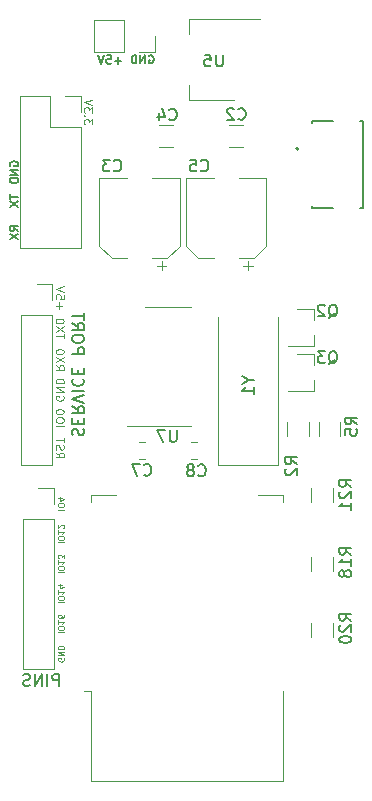
<source format=gbr>
%TF.GenerationSoftware,KiCad,Pcbnew,5.1.5+dfsg1-2build2*%
%TF.CreationDate,2022-11-14T11:38:59+01:00*%
%TF.ProjectId,ebus,65627573-2e6b-4696-9361-645f70636258,rev?*%
%TF.SameCoordinates,Original*%
%TF.FileFunction,Legend,Bot*%
%TF.FilePolarity,Positive*%
%FSLAX46Y46*%
G04 Gerber Fmt 4.6, Leading zero omitted, Abs format (unit mm)*
G04 Created by KiCad (PCBNEW 5.1.5+dfsg1-2build2) date 2022-11-14 11:38:59*
%MOMM*%
%LPD*%
G04 APERTURE LIST*
%ADD10C,0.125000*%
%ADD11C,0.150000*%
%ADD12C,0.120000*%
%ADD13C,0.200000*%
%ADD14C,0.127000*%
G04 APERTURE END LIST*
D10*
X101627809Y-125341000D02*
X102127809Y-125341000D01*
X102127809Y-125007666D02*
X102127809Y-124912428D01*
X102104000Y-124864809D01*
X102056380Y-124817190D01*
X101961142Y-124793380D01*
X101794476Y-124793380D01*
X101699238Y-124817190D01*
X101651619Y-124864809D01*
X101627809Y-124912428D01*
X101627809Y-125007666D01*
X101651619Y-125055285D01*
X101699238Y-125102904D01*
X101794476Y-125126714D01*
X101961142Y-125126714D01*
X102056380Y-125102904D01*
X102104000Y-125055285D01*
X102127809Y-125007666D01*
X101961142Y-124364809D02*
X101627809Y-124364809D01*
X102151619Y-124483857D02*
X101794476Y-124602904D01*
X101794476Y-124293380D01*
X101627809Y-128119095D02*
X102127809Y-128119095D01*
X102127809Y-127785761D02*
X102127809Y-127690523D01*
X102104000Y-127642904D01*
X102056380Y-127595285D01*
X101961142Y-127571476D01*
X101794476Y-127571476D01*
X101699238Y-127595285D01*
X101651619Y-127642904D01*
X101627809Y-127690523D01*
X101627809Y-127785761D01*
X101651619Y-127833380D01*
X101699238Y-127881000D01*
X101794476Y-127904809D01*
X101961142Y-127904809D01*
X102056380Y-127881000D01*
X102104000Y-127833380D01*
X102127809Y-127785761D01*
X101627809Y-127095285D02*
X101627809Y-127381000D01*
X101627809Y-127238142D02*
X102127809Y-127238142D01*
X102056380Y-127285761D01*
X102008761Y-127333380D01*
X101984952Y-127381000D01*
X102080190Y-126904809D02*
X102104000Y-126881000D01*
X102127809Y-126833380D01*
X102127809Y-126714333D01*
X102104000Y-126666714D01*
X102080190Y-126642904D01*
X102032571Y-126619095D01*
X101984952Y-126619095D01*
X101913523Y-126642904D01*
X101627809Y-126928619D01*
X101627809Y-126619095D01*
X101627809Y-130659095D02*
X102127809Y-130659095D01*
X102127809Y-130325761D02*
X102127809Y-130230523D01*
X102104000Y-130182904D01*
X102056380Y-130135285D01*
X101961142Y-130111476D01*
X101794476Y-130111476D01*
X101699238Y-130135285D01*
X101651619Y-130182904D01*
X101627809Y-130230523D01*
X101627809Y-130325761D01*
X101651619Y-130373380D01*
X101699238Y-130421000D01*
X101794476Y-130444809D01*
X101961142Y-130444809D01*
X102056380Y-130421000D01*
X102104000Y-130373380D01*
X102127809Y-130325761D01*
X101627809Y-129635285D02*
X101627809Y-129921000D01*
X101627809Y-129778142D02*
X102127809Y-129778142D01*
X102056380Y-129825761D01*
X102008761Y-129873380D01*
X101984952Y-129921000D01*
X102127809Y-129468619D02*
X102127809Y-129159095D01*
X101937333Y-129325761D01*
X101937333Y-129254333D01*
X101913523Y-129206714D01*
X101889714Y-129182904D01*
X101842095Y-129159095D01*
X101723047Y-129159095D01*
X101675428Y-129182904D01*
X101651619Y-129206714D01*
X101627809Y-129254333D01*
X101627809Y-129397190D01*
X101651619Y-129444809D01*
X101675428Y-129468619D01*
X101627809Y-133199095D02*
X102127809Y-133199095D01*
X102127809Y-132865761D02*
X102127809Y-132770523D01*
X102104000Y-132722904D01*
X102056380Y-132675285D01*
X101961142Y-132651476D01*
X101794476Y-132651476D01*
X101699238Y-132675285D01*
X101651619Y-132722904D01*
X101627809Y-132770523D01*
X101627809Y-132865761D01*
X101651619Y-132913380D01*
X101699238Y-132961000D01*
X101794476Y-132984809D01*
X101961142Y-132984809D01*
X102056380Y-132961000D01*
X102104000Y-132913380D01*
X102127809Y-132865761D01*
X101627809Y-132175285D02*
X101627809Y-132461000D01*
X101627809Y-132318142D02*
X102127809Y-132318142D01*
X102056380Y-132365761D01*
X102008761Y-132413380D01*
X101984952Y-132461000D01*
X101961142Y-131746714D02*
X101627809Y-131746714D01*
X102151619Y-131865761D02*
X101794476Y-131984809D01*
X101794476Y-131675285D01*
X101627809Y-135739095D02*
X102127809Y-135739095D01*
X102127809Y-135405761D02*
X102127809Y-135310523D01*
X102104000Y-135262904D01*
X102056380Y-135215285D01*
X101961142Y-135191476D01*
X101794476Y-135191476D01*
X101699238Y-135215285D01*
X101651619Y-135262904D01*
X101627809Y-135310523D01*
X101627809Y-135405761D01*
X101651619Y-135453380D01*
X101699238Y-135501000D01*
X101794476Y-135524809D01*
X101961142Y-135524809D01*
X102056380Y-135501000D01*
X102104000Y-135453380D01*
X102127809Y-135405761D01*
X101627809Y-134715285D02*
X101627809Y-135001000D01*
X101627809Y-134858142D02*
X102127809Y-134858142D01*
X102056380Y-134905761D01*
X102008761Y-134953380D01*
X101984952Y-135001000D01*
X102127809Y-134286714D02*
X102127809Y-134381952D01*
X102104000Y-134429571D01*
X102080190Y-134453380D01*
X102008761Y-134501000D01*
X101913523Y-134524809D01*
X101723047Y-134524809D01*
X101675428Y-134501000D01*
X101651619Y-134477190D01*
X101627809Y-134429571D01*
X101627809Y-134334333D01*
X101651619Y-134286714D01*
X101675428Y-134262904D01*
X101723047Y-134239095D01*
X101842095Y-134239095D01*
X101889714Y-134262904D01*
X101913523Y-134286714D01*
X101937333Y-134334333D01*
X101937333Y-134429571D01*
X101913523Y-134477190D01*
X101889714Y-134501000D01*
X101842095Y-134524809D01*
X102104000Y-137921952D02*
X102127809Y-137969571D01*
X102127809Y-138041000D01*
X102104000Y-138112428D01*
X102056380Y-138160047D01*
X102008761Y-138183857D01*
X101913523Y-138207666D01*
X101842095Y-138207666D01*
X101746857Y-138183857D01*
X101699238Y-138160047D01*
X101651619Y-138112428D01*
X101627809Y-138041000D01*
X101627809Y-137993380D01*
X101651619Y-137921952D01*
X101675428Y-137898142D01*
X101842095Y-137898142D01*
X101842095Y-137993380D01*
X101627809Y-137683857D02*
X102127809Y-137683857D01*
X101627809Y-137398142D01*
X102127809Y-137398142D01*
X101627809Y-137160047D02*
X102127809Y-137160047D01*
X102127809Y-137041000D01*
X102104000Y-136969571D01*
X102056380Y-136921952D01*
X102008761Y-136898142D01*
X101913523Y-136874333D01*
X101842095Y-136874333D01*
X101746857Y-136898142D01*
X101699238Y-136921952D01*
X101651619Y-136969571D01*
X101627809Y-137041000D01*
X101627809Y-137160047D01*
X101677000Y-108342000D02*
X101677000Y-107808666D01*
X101410333Y-108075333D02*
X101943666Y-108075333D01*
X102110333Y-107142000D02*
X102110333Y-107475333D01*
X101777000Y-107508666D01*
X101810333Y-107475333D01*
X101843666Y-107408666D01*
X101843666Y-107242000D01*
X101810333Y-107175333D01*
X101777000Y-107142000D01*
X101710333Y-107108666D01*
X101543666Y-107108666D01*
X101477000Y-107142000D01*
X101443666Y-107175333D01*
X101410333Y-107242000D01*
X101410333Y-107408666D01*
X101443666Y-107475333D01*
X101477000Y-107508666D01*
X102110333Y-106908666D02*
X101410333Y-106675333D01*
X102110333Y-106442000D01*
X102110333Y-110848666D02*
X102110333Y-110448666D01*
X101410333Y-110648666D02*
X102110333Y-110648666D01*
X102110333Y-110282000D02*
X101410333Y-109815333D01*
X102110333Y-109815333D02*
X101410333Y-110282000D01*
X102110333Y-109415333D02*
X102110333Y-109348666D01*
X102077000Y-109282000D01*
X102043666Y-109248666D01*
X101977000Y-109215333D01*
X101843666Y-109182000D01*
X101677000Y-109182000D01*
X101543666Y-109215333D01*
X101477000Y-109248666D01*
X101443666Y-109282000D01*
X101410333Y-109348666D01*
X101410333Y-109415333D01*
X101443666Y-109482000D01*
X101477000Y-109515333D01*
X101543666Y-109548666D01*
X101677000Y-109582000D01*
X101843666Y-109582000D01*
X101977000Y-109548666D01*
X102043666Y-109515333D01*
X102077000Y-109482000D01*
X102110333Y-109415333D01*
X101410333Y-113099000D02*
X101743666Y-113332333D01*
X101410333Y-113499000D02*
X102110333Y-113499000D01*
X102110333Y-113232333D01*
X102077000Y-113165666D01*
X102043666Y-113132333D01*
X101977000Y-113099000D01*
X101877000Y-113099000D01*
X101810333Y-113132333D01*
X101777000Y-113165666D01*
X101743666Y-113232333D01*
X101743666Y-113499000D01*
X102110333Y-112865666D02*
X101410333Y-112399000D01*
X102110333Y-112399000D02*
X101410333Y-112865666D01*
X102110333Y-111999000D02*
X102110333Y-111932333D01*
X102077000Y-111865666D01*
X102043666Y-111832333D01*
X101977000Y-111799000D01*
X101843666Y-111765666D01*
X101677000Y-111765666D01*
X101543666Y-111799000D01*
X101477000Y-111832333D01*
X101443666Y-111865666D01*
X101410333Y-111932333D01*
X101410333Y-111999000D01*
X101443666Y-112065666D01*
X101477000Y-112099000D01*
X101543666Y-112132333D01*
X101677000Y-112165666D01*
X101843666Y-112165666D01*
X101977000Y-112132333D01*
X102043666Y-112099000D01*
X102077000Y-112065666D01*
X102110333Y-111999000D01*
X102077000Y-115722333D02*
X102110333Y-115789000D01*
X102110333Y-115889000D01*
X102077000Y-115989000D01*
X102010333Y-116055666D01*
X101943666Y-116089000D01*
X101810333Y-116122333D01*
X101710333Y-116122333D01*
X101577000Y-116089000D01*
X101510333Y-116055666D01*
X101443666Y-115989000D01*
X101410333Y-115889000D01*
X101410333Y-115822333D01*
X101443666Y-115722333D01*
X101477000Y-115689000D01*
X101710333Y-115689000D01*
X101710333Y-115822333D01*
X101410333Y-115389000D02*
X102110333Y-115389000D01*
X101410333Y-114989000D01*
X102110333Y-114989000D01*
X101410333Y-114655666D02*
X102110333Y-114655666D01*
X102110333Y-114489000D01*
X102077000Y-114389000D01*
X102010333Y-114322333D01*
X101943666Y-114289000D01*
X101810333Y-114255666D01*
X101710333Y-114255666D01*
X101577000Y-114289000D01*
X101510333Y-114322333D01*
X101443666Y-114389000D01*
X101410333Y-114489000D01*
X101410333Y-114655666D01*
X101410333Y-118302000D02*
X102110333Y-118302000D01*
X102110333Y-117835333D02*
X102110333Y-117702000D01*
X102077000Y-117635333D01*
X102010333Y-117568666D01*
X101877000Y-117535333D01*
X101643666Y-117535333D01*
X101510333Y-117568666D01*
X101443666Y-117635333D01*
X101410333Y-117702000D01*
X101410333Y-117835333D01*
X101443666Y-117902000D01*
X101510333Y-117968666D01*
X101643666Y-118002000D01*
X101877000Y-118002000D01*
X102010333Y-117968666D01*
X102077000Y-117902000D01*
X102110333Y-117835333D01*
X102110333Y-117102000D02*
X102110333Y-117035333D01*
X102077000Y-116968666D01*
X102043666Y-116935333D01*
X101977000Y-116902000D01*
X101843666Y-116868666D01*
X101677000Y-116868666D01*
X101543666Y-116902000D01*
X101477000Y-116935333D01*
X101443666Y-116968666D01*
X101410333Y-117035333D01*
X101410333Y-117102000D01*
X101443666Y-117168666D01*
X101477000Y-117202000D01*
X101543666Y-117235333D01*
X101677000Y-117268666D01*
X101843666Y-117268666D01*
X101977000Y-117235333D01*
X102043666Y-117202000D01*
X102077000Y-117168666D01*
X102110333Y-117102000D01*
X101410333Y-120525333D02*
X101743666Y-120758666D01*
X101410333Y-120925333D02*
X102110333Y-120925333D01*
X102110333Y-120658666D01*
X102077000Y-120592000D01*
X102043666Y-120558666D01*
X101977000Y-120525333D01*
X101877000Y-120525333D01*
X101810333Y-120558666D01*
X101777000Y-120592000D01*
X101743666Y-120658666D01*
X101743666Y-120925333D01*
X101443666Y-120258666D02*
X101410333Y-120158666D01*
X101410333Y-119992000D01*
X101443666Y-119925333D01*
X101477000Y-119892000D01*
X101543666Y-119858666D01*
X101610333Y-119858666D01*
X101677000Y-119892000D01*
X101710333Y-119925333D01*
X101743666Y-119992000D01*
X101777000Y-120125333D01*
X101810333Y-120192000D01*
X101843666Y-120225333D01*
X101910333Y-120258666D01*
X101977000Y-120258666D01*
X102043666Y-120225333D01*
X102077000Y-120192000D01*
X102110333Y-120125333D01*
X102110333Y-119958666D01*
X102077000Y-119858666D01*
X102110333Y-119658666D02*
X102110333Y-119258666D01*
X101410333Y-119458666D02*
X102110333Y-119458666D01*
D11*
X101703000Y-140279380D02*
X101703000Y-139279380D01*
X101322047Y-139279380D01*
X101226809Y-139327000D01*
X101179190Y-139374619D01*
X101131571Y-139469857D01*
X101131571Y-139612714D01*
X101179190Y-139707952D01*
X101226809Y-139755571D01*
X101322047Y-139803190D01*
X101703000Y-139803190D01*
X100703000Y-140279380D02*
X100703000Y-139279380D01*
X100226809Y-140279380D02*
X100226809Y-139279380D01*
X99655380Y-140279380D01*
X99655380Y-139279380D01*
X99226809Y-140231761D02*
X99083952Y-140279380D01*
X98845857Y-140279380D01*
X98750619Y-140231761D01*
X98703000Y-140184142D01*
X98655380Y-140088904D01*
X98655380Y-139993666D01*
X98703000Y-139898428D01*
X98750619Y-139850809D01*
X98845857Y-139803190D01*
X99036333Y-139755571D01*
X99131571Y-139707952D01*
X99179190Y-139660333D01*
X99226809Y-139565095D01*
X99226809Y-139469857D01*
X99179190Y-139374619D01*
X99131571Y-139327000D01*
X99036333Y-139279380D01*
X98798238Y-139279380D01*
X98655380Y-139327000D01*
X102846238Y-119061857D02*
X102798619Y-118919000D01*
X102798619Y-118680904D01*
X102846238Y-118585666D01*
X102893857Y-118538047D01*
X102989095Y-118490428D01*
X103084333Y-118490428D01*
X103179571Y-118538047D01*
X103227190Y-118585666D01*
X103274809Y-118680904D01*
X103322428Y-118871380D01*
X103370047Y-118966619D01*
X103417666Y-119014238D01*
X103512904Y-119061857D01*
X103608142Y-119061857D01*
X103703380Y-119014238D01*
X103751000Y-118966619D01*
X103798619Y-118871380D01*
X103798619Y-118633285D01*
X103751000Y-118490428D01*
X103322428Y-118061857D02*
X103322428Y-117728523D01*
X102798619Y-117585666D02*
X102798619Y-118061857D01*
X103798619Y-118061857D01*
X103798619Y-117585666D01*
X102798619Y-116585666D02*
X103274809Y-116919000D01*
X102798619Y-117157095D02*
X103798619Y-117157095D01*
X103798619Y-116776142D01*
X103751000Y-116680904D01*
X103703380Y-116633285D01*
X103608142Y-116585666D01*
X103465285Y-116585666D01*
X103370047Y-116633285D01*
X103322428Y-116680904D01*
X103274809Y-116776142D01*
X103274809Y-117157095D01*
X103798619Y-116299952D02*
X102798619Y-115966619D01*
X103798619Y-115633285D01*
X102798619Y-115299952D02*
X103798619Y-115299952D01*
X102893857Y-114252333D02*
X102846238Y-114299952D01*
X102798619Y-114442809D01*
X102798619Y-114538047D01*
X102846238Y-114680904D01*
X102941476Y-114776142D01*
X103036714Y-114823761D01*
X103227190Y-114871380D01*
X103370047Y-114871380D01*
X103560523Y-114823761D01*
X103655761Y-114776142D01*
X103751000Y-114680904D01*
X103798619Y-114538047D01*
X103798619Y-114442809D01*
X103751000Y-114299952D01*
X103703380Y-114252333D01*
X103322428Y-113823761D02*
X103322428Y-113490428D01*
X102798619Y-113347571D02*
X102798619Y-113823761D01*
X103798619Y-113823761D01*
X103798619Y-113347571D01*
X102798619Y-112157095D02*
X103798619Y-112157095D01*
X103798619Y-111776142D01*
X103751000Y-111680904D01*
X103703380Y-111633285D01*
X103608142Y-111585666D01*
X103465285Y-111585666D01*
X103370047Y-111633285D01*
X103322428Y-111680904D01*
X103274809Y-111776142D01*
X103274809Y-112157095D01*
X103798619Y-110966619D02*
X103798619Y-110776142D01*
X103751000Y-110680904D01*
X103655761Y-110585666D01*
X103465285Y-110538047D01*
X103131952Y-110538047D01*
X102941476Y-110585666D01*
X102846238Y-110680904D01*
X102798619Y-110776142D01*
X102798619Y-110966619D01*
X102846238Y-111061857D01*
X102941476Y-111157095D01*
X103131952Y-111204714D01*
X103465285Y-111204714D01*
X103655761Y-111157095D01*
X103751000Y-111061857D01*
X103798619Y-110966619D01*
X102798619Y-109538047D02*
X103274809Y-109871380D01*
X102798619Y-110109476D02*
X103798619Y-110109476D01*
X103798619Y-109728523D01*
X103751000Y-109633285D01*
X103703380Y-109585666D01*
X103608142Y-109538047D01*
X103465285Y-109538047D01*
X103370047Y-109585666D01*
X103322428Y-109633285D01*
X103274809Y-109728523D01*
X103274809Y-110109476D01*
X103798619Y-109252333D02*
X103798619Y-108680904D01*
X102798619Y-108966619D02*
X103798619Y-108966619D01*
X106945000Y-87324400D02*
X106411666Y-87324400D01*
X106678333Y-87591066D02*
X106678333Y-87057733D01*
X105745000Y-86891066D02*
X106078333Y-86891066D01*
X106111666Y-87224400D01*
X106078333Y-87191066D01*
X106011666Y-87157733D01*
X105845000Y-87157733D01*
X105778333Y-87191066D01*
X105745000Y-87224400D01*
X105711666Y-87291066D01*
X105711666Y-87457733D01*
X105745000Y-87524400D01*
X105778333Y-87557733D01*
X105845000Y-87591066D01*
X106011666Y-87591066D01*
X106078333Y-87557733D01*
X106111666Y-87524400D01*
X105511666Y-86891066D02*
X105278333Y-87591066D01*
X105045000Y-86891066D01*
X109321533Y-86899000D02*
X109388200Y-86865666D01*
X109488200Y-86865666D01*
X109588200Y-86899000D01*
X109654866Y-86965666D01*
X109688200Y-87032333D01*
X109721533Y-87165666D01*
X109721533Y-87265666D01*
X109688200Y-87399000D01*
X109654866Y-87465666D01*
X109588200Y-87532333D01*
X109488200Y-87565666D01*
X109421533Y-87565666D01*
X109321533Y-87532333D01*
X109288200Y-87499000D01*
X109288200Y-87265666D01*
X109421533Y-87265666D01*
X108988200Y-87565666D02*
X108988200Y-86865666D01*
X108588200Y-87565666D01*
X108588200Y-86865666D01*
X108254866Y-87565666D02*
X108254866Y-86865666D01*
X108088200Y-86865666D01*
X107988200Y-86899000D01*
X107921533Y-86965666D01*
X107888200Y-87032333D01*
X107854866Y-87165666D01*
X107854866Y-87265666D01*
X107888200Y-87399000D01*
X107921533Y-87465666D01*
X107988200Y-87532333D01*
X108088200Y-87565666D01*
X108254866Y-87565666D01*
D10*
X104523333Y-92727333D02*
X104523333Y-92294000D01*
X104256666Y-92527333D01*
X104256666Y-92427333D01*
X104223333Y-92360666D01*
X104190000Y-92327333D01*
X104123333Y-92294000D01*
X103956666Y-92294000D01*
X103890000Y-92327333D01*
X103856666Y-92360666D01*
X103823333Y-92427333D01*
X103823333Y-92627333D01*
X103856666Y-92694000D01*
X103890000Y-92727333D01*
X103890000Y-91994000D02*
X103856666Y-91960666D01*
X103823333Y-91994000D01*
X103856666Y-92027333D01*
X103890000Y-91994000D01*
X103823333Y-91994000D01*
X104523333Y-91727333D02*
X104523333Y-91294000D01*
X104256666Y-91527333D01*
X104256666Y-91427333D01*
X104223333Y-91360666D01*
X104190000Y-91327333D01*
X104123333Y-91294000D01*
X103956666Y-91294000D01*
X103890000Y-91327333D01*
X103856666Y-91360666D01*
X103823333Y-91427333D01*
X103823333Y-91627333D01*
X103856666Y-91694000D01*
X103890000Y-91727333D01*
X104523333Y-91094000D02*
X103823333Y-90860666D01*
X104523333Y-90627333D01*
D11*
X97533666Y-98653666D02*
X97533666Y-99053666D01*
X98233666Y-98853666D02*
X97533666Y-98853666D01*
X97533666Y-99220333D02*
X98233666Y-99687000D01*
X97533666Y-99687000D02*
X98233666Y-99220333D01*
X98233666Y-101737333D02*
X97900333Y-101504000D01*
X98233666Y-101337333D02*
X97533666Y-101337333D01*
X97533666Y-101604000D01*
X97567000Y-101670666D01*
X97600333Y-101704000D01*
X97667000Y-101737333D01*
X97767000Y-101737333D01*
X97833666Y-101704000D01*
X97867000Y-101670666D01*
X97900333Y-101604000D01*
X97900333Y-101337333D01*
X97533666Y-101970666D02*
X98233666Y-102437333D01*
X97533666Y-102437333D02*
X98233666Y-101970666D01*
X97567000Y-96240666D02*
X97533666Y-96174000D01*
X97533666Y-96074000D01*
X97567000Y-95974000D01*
X97633666Y-95907333D01*
X97700333Y-95874000D01*
X97833666Y-95840666D01*
X97933666Y-95840666D01*
X98067000Y-95874000D01*
X98133666Y-95907333D01*
X98200333Y-95974000D01*
X98233666Y-96074000D01*
X98233666Y-96140666D01*
X98200333Y-96240666D01*
X98167000Y-96274000D01*
X97933666Y-96274000D01*
X97933666Y-96140666D01*
X98233666Y-96574000D02*
X97533666Y-96574000D01*
X98233666Y-96974000D01*
X97533666Y-96974000D01*
X98233666Y-97307333D02*
X97533666Y-97307333D01*
X97533666Y-97474000D01*
X97567000Y-97574000D01*
X97633666Y-97640666D01*
X97700333Y-97674000D01*
X97833666Y-97707333D01*
X97933666Y-97707333D01*
X98067000Y-97674000D01*
X98133666Y-97640666D01*
X98200333Y-97574000D01*
X98233666Y-97474000D01*
X98233666Y-97307333D01*
D12*
%TO.C,Q3*%
X123289600Y-112161200D02*
X121829600Y-112161200D01*
X123289600Y-115321200D02*
X121129600Y-115321200D01*
X123289600Y-115321200D02*
X123289600Y-114391200D01*
X123289600Y-112161200D02*
X123289600Y-113091200D01*
%TO.C,R2*%
X122855400Y-117939736D02*
X122855400Y-119143864D01*
X121035400Y-117939736D02*
X121035400Y-119143864D01*
%TO.C,R5*%
X125522400Y-117939736D02*
X125522400Y-119143864D01*
X123702400Y-117939736D02*
X123702400Y-119143864D01*
%TO.C,U7*%
X110898000Y-118299000D02*
X107448000Y-118299000D01*
X110898000Y-118299000D02*
X112848000Y-118299000D01*
X110898000Y-108179000D02*
X108948000Y-108179000D01*
X110898000Y-108179000D02*
X112848000Y-108179000D01*
D13*
%TO.C,J2*%
X121984000Y-94789000D02*
G75*
G03X121984000Y-94789000I-100000J0D01*
G01*
D14*
X127434000Y-92439000D02*
X127434000Y-99839000D01*
X127164000Y-99839000D02*
X127434000Y-99839000D01*
X127434000Y-92439000D02*
X127164000Y-92439000D01*
X123134000Y-99839000D02*
X123134000Y-99659000D01*
X123134000Y-92439000D02*
X123134000Y-92619000D01*
X123134000Y-99839000D02*
X124889000Y-99839000D01*
X123134000Y-92439000D02*
X124889000Y-92439000D01*
D12*
%TO.C,U5*%
X112720200Y-90659000D02*
X112720200Y-89399000D01*
X112720200Y-83839000D02*
X112720200Y-85099000D01*
X116480200Y-90659000D02*
X112720200Y-90659000D01*
X118730200Y-83839000D02*
X112720200Y-83839000D01*
%TO.C,C4*%
X110141936Y-94636000D02*
X111346064Y-94636000D01*
X110141936Y-92816000D02*
X111346064Y-92816000D01*
%TO.C,J5*%
X101279000Y-138871000D02*
X98619000Y-138871000D01*
X101279000Y-126111000D02*
X101279000Y-138871000D01*
X98619000Y-126111000D02*
X98619000Y-138871000D01*
X101279000Y-126111000D02*
X98619000Y-126111000D01*
X101279000Y-124841000D02*
X101279000Y-123511000D01*
X101279000Y-123511000D02*
X99949000Y-123511000D01*
%TO.C,J4*%
X101152000Y-121599000D02*
X98492000Y-121599000D01*
X101152000Y-108839000D02*
X101152000Y-121599000D01*
X98492000Y-108839000D02*
X98492000Y-121599000D01*
X101152000Y-108839000D02*
X98492000Y-108839000D01*
X101152000Y-107569000D02*
X101152000Y-106239000D01*
X101152000Y-106239000D02*
X99822000Y-106239000D01*
%TO.C,C2*%
X117315064Y-92816000D02*
X116110936Y-92816000D01*
X117315064Y-94636000D02*
X116110936Y-94636000D01*
%TO.C,C5*%
X112439400Y-97250200D02*
X114789400Y-97250200D01*
X119259400Y-97250200D02*
X116909400Y-97250200D01*
X119259400Y-103005763D02*
X119259400Y-97250200D01*
X112439400Y-103005763D02*
X112439400Y-97250200D01*
X113503837Y-104070200D02*
X114789400Y-104070200D01*
X118194963Y-104070200D02*
X116909400Y-104070200D01*
X118194963Y-104070200D02*
X119259400Y-103005763D01*
X113503837Y-104070200D02*
X112439400Y-103005763D01*
X117696900Y-105097700D02*
X117696900Y-104310200D01*
X118090650Y-104703950D02*
X117303150Y-104703950D01*
%TO.C,J6*%
X104638800Y-86572400D02*
X104638800Y-83912400D01*
X107238800Y-86572400D02*
X104638800Y-86572400D01*
X107238800Y-83912400D02*
X104638800Y-83912400D01*
X107238800Y-86572400D02*
X107238800Y-83912400D01*
X108508800Y-86572400D02*
X109838800Y-86572400D01*
X109838800Y-86572400D02*
X109838800Y-85242400D01*
%TO.C,R21*%
X124862000Y-123476936D02*
X124862000Y-124681064D01*
X123042000Y-123476936D02*
X123042000Y-124681064D01*
%TO.C,R18*%
X123042000Y-129318936D02*
X123042000Y-130523064D01*
X124862000Y-129318936D02*
X124862000Y-130523064D01*
%TO.C,U6*%
X104402000Y-148340200D02*
X120642000Y-148340200D01*
X120642000Y-148340200D02*
X120642000Y-140720200D01*
X120642000Y-124720200D02*
X120642000Y-124100200D01*
X120642000Y-124100200D02*
X118522000Y-124100200D01*
X106522000Y-124100200D02*
X104402000Y-124100200D01*
X104402000Y-124100200D02*
X104402000Y-124720200D01*
X104402000Y-140720200D02*
X104402000Y-148340200D01*
X104402000Y-140720200D02*
X103792000Y-140720200D01*
%TO.C,C3*%
X105124200Y-97250200D02*
X107474200Y-97250200D01*
X111944200Y-97250200D02*
X109594200Y-97250200D01*
X111944200Y-103005763D02*
X111944200Y-97250200D01*
X105124200Y-103005763D02*
X105124200Y-97250200D01*
X106188637Y-104070200D02*
X107474200Y-104070200D01*
X110879763Y-104070200D02*
X109594200Y-104070200D01*
X110879763Y-104070200D02*
X111944200Y-103005763D01*
X106188637Y-104070200D02*
X105124200Y-103005763D01*
X110381700Y-105097700D02*
X110381700Y-104310200D01*
X110775450Y-104703950D02*
X109987950Y-104703950D01*
%TO.C,R20*%
X124862000Y-136111064D02*
X124862000Y-134906936D01*
X123042000Y-136111064D02*
X123042000Y-134906936D01*
%TO.C,J7*%
X103565000Y-103184000D02*
X98365000Y-103184000D01*
X103565000Y-92964000D02*
X103565000Y-103184000D01*
X98365000Y-90364000D02*
X98365000Y-103184000D01*
X103565000Y-92964000D02*
X100965000Y-92964000D01*
X100965000Y-92964000D02*
X100965000Y-90364000D01*
X100965000Y-90364000D02*
X98365000Y-90364000D01*
X103565000Y-91694000D02*
X103565000Y-90364000D01*
X103565000Y-90364000D02*
X102235000Y-90364000D01*
%TO.C,Q2*%
X123289600Y-108351200D02*
X121829600Y-108351200D01*
X123289600Y-111511200D02*
X121129600Y-111511200D01*
X123289600Y-111511200D02*
X123289600Y-110581200D01*
X123289600Y-108351200D02*
X123289600Y-109281200D01*
%TO.C,Y1*%
X115179000Y-121609600D02*
X115179000Y-109009600D01*
X120279000Y-121609600D02*
X115179000Y-121609600D01*
X120279000Y-109009600D02*
X120279000Y-121609600D01*
%TO.C,C7*%
X108478822Y-119609800D02*
X108995978Y-119609800D01*
X108478822Y-121029800D02*
X108995978Y-121029800D01*
%TO.C,C8*%
X113405978Y-121029800D02*
X112888822Y-121029800D01*
X113405978Y-119609800D02*
X112888822Y-119609800D01*
%TO.C,Q3*%
D11*
X124529838Y-113018819D02*
X124625076Y-112971200D01*
X124720314Y-112875961D01*
X124863171Y-112733104D01*
X124958409Y-112685485D01*
X125053647Y-112685485D01*
X125006028Y-112923580D02*
X125101266Y-112875961D01*
X125196504Y-112780723D01*
X125244123Y-112590247D01*
X125244123Y-112256914D01*
X125196504Y-112066438D01*
X125101266Y-111971200D01*
X125006028Y-111923580D01*
X124815552Y-111923580D01*
X124720314Y-111971200D01*
X124625076Y-112066438D01*
X124577457Y-112256914D01*
X124577457Y-112590247D01*
X124625076Y-112780723D01*
X124720314Y-112875961D01*
X124815552Y-112923580D01*
X125006028Y-112923580D01*
X124244123Y-111923580D02*
X123625076Y-111923580D01*
X123958409Y-112304533D01*
X123815552Y-112304533D01*
X123720314Y-112352152D01*
X123672695Y-112399771D01*
X123625076Y-112495009D01*
X123625076Y-112733104D01*
X123672695Y-112828342D01*
X123720314Y-112875961D01*
X123815552Y-112923580D01*
X124101266Y-112923580D01*
X124196504Y-112875961D01*
X124244123Y-112828342D01*
%TO.C,R2*%
X121838980Y-121499333D02*
X121362790Y-121166000D01*
X121838980Y-120927904D02*
X120838980Y-120927904D01*
X120838980Y-121308857D01*
X120886600Y-121404095D01*
X120934219Y-121451714D01*
X121029457Y-121499333D01*
X121172314Y-121499333D01*
X121267552Y-121451714D01*
X121315171Y-121404095D01*
X121362790Y-121308857D01*
X121362790Y-120927904D01*
X120934219Y-121880285D02*
X120886600Y-121927904D01*
X120838980Y-122023142D01*
X120838980Y-122261238D01*
X120886600Y-122356476D01*
X120934219Y-122404095D01*
X121029457Y-122451714D01*
X121124695Y-122451714D01*
X121267552Y-122404095D01*
X121838980Y-121832666D01*
X121838980Y-122451714D01*
%TO.C,R5*%
X126918980Y-118121133D02*
X126442790Y-117787800D01*
X126918980Y-117549704D02*
X125918980Y-117549704D01*
X125918980Y-117930657D01*
X125966600Y-118025895D01*
X126014219Y-118073514D01*
X126109457Y-118121133D01*
X126252314Y-118121133D01*
X126347552Y-118073514D01*
X126395171Y-118025895D01*
X126442790Y-117930657D01*
X126442790Y-117549704D01*
X125918980Y-119025895D02*
X125918980Y-118549704D01*
X126395171Y-118502085D01*
X126347552Y-118549704D01*
X126299933Y-118644942D01*
X126299933Y-118883038D01*
X126347552Y-118978276D01*
X126395171Y-119025895D01*
X126490409Y-119073514D01*
X126728504Y-119073514D01*
X126823742Y-119025895D01*
X126871361Y-118978276D01*
X126918980Y-118883038D01*
X126918980Y-118644942D01*
X126871361Y-118549704D01*
X126823742Y-118502085D01*
%TO.C,U7*%
X111659904Y-118591380D02*
X111659904Y-119400904D01*
X111612285Y-119496142D01*
X111564666Y-119543761D01*
X111469428Y-119591380D01*
X111278952Y-119591380D01*
X111183714Y-119543761D01*
X111136095Y-119496142D01*
X111088476Y-119400904D01*
X111088476Y-118591380D01*
X110707523Y-118591380D02*
X110040857Y-118591380D01*
X110469428Y-119591380D01*
%TO.C,U5*%
X115569904Y-86828380D02*
X115569904Y-87637904D01*
X115522285Y-87733142D01*
X115474666Y-87780761D01*
X115379428Y-87828380D01*
X115188952Y-87828380D01*
X115093714Y-87780761D01*
X115046095Y-87733142D01*
X114998476Y-87637904D01*
X114998476Y-86828380D01*
X114046095Y-86828380D02*
X114522285Y-86828380D01*
X114569904Y-87304571D01*
X114522285Y-87256952D01*
X114427047Y-87209333D01*
X114188952Y-87209333D01*
X114093714Y-87256952D01*
X114046095Y-87304571D01*
X113998476Y-87399809D01*
X113998476Y-87637904D01*
X114046095Y-87733142D01*
X114093714Y-87780761D01*
X114188952Y-87828380D01*
X114427047Y-87828380D01*
X114522285Y-87780761D01*
X114569904Y-87733142D01*
%TO.C,C4*%
X111037666Y-92305142D02*
X111085285Y-92352761D01*
X111228142Y-92400380D01*
X111323380Y-92400380D01*
X111466238Y-92352761D01*
X111561476Y-92257523D01*
X111609095Y-92162285D01*
X111656714Y-91971809D01*
X111656714Y-91828952D01*
X111609095Y-91638476D01*
X111561476Y-91543238D01*
X111466238Y-91448000D01*
X111323380Y-91400380D01*
X111228142Y-91400380D01*
X111085285Y-91448000D01*
X111037666Y-91495619D01*
X110180523Y-91733714D02*
X110180523Y-92400380D01*
X110418619Y-91352761D02*
X110656714Y-92067047D01*
X110037666Y-92067047D01*
%TO.C,C2*%
X116879666Y-92263142D02*
X116927285Y-92310761D01*
X117070142Y-92358380D01*
X117165380Y-92358380D01*
X117308238Y-92310761D01*
X117403476Y-92215523D01*
X117451095Y-92120285D01*
X117498714Y-91929809D01*
X117498714Y-91786952D01*
X117451095Y-91596476D01*
X117403476Y-91501238D01*
X117308238Y-91406000D01*
X117165380Y-91358380D01*
X117070142Y-91358380D01*
X116927285Y-91406000D01*
X116879666Y-91453619D01*
X116498714Y-91453619D02*
X116451095Y-91406000D01*
X116355857Y-91358380D01*
X116117761Y-91358380D01*
X116022523Y-91406000D01*
X115974904Y-91453619D01*
X115927285Y-91548857D01*
X115927285Y-91644095D01*
X115974904Y-91786952D01*
X116546333Y-92358380D01*
X115927285Y-92358380D01*
%TO.C,C5*%
X113704666Y-96623142D02*
X113752285Y-96670761D01*
X113895142Y-96718380D01*
X113990380Y-96718380D01*
X114133238Y-96670761D01*
X114228476Y-96575523D01*
X114276095Y-96480285D01*
X114323714Y-96289809D01*
X114323714Y-96146952D01*
X114276095Y-95956476D01*
X114228476Y-95861238D01*
X114133238Y-95766000D01*
X113990380Y-95718380D01*
X113895142Y-95718380D01*
X113752285Y-95766000D01*
X113704666Y-95813619D01*
X112799904Y-95718380D02*
X113276095Y-95718380D01*
X113323714Y-96194571D01*
X113276095Y-96146952D01*
X113180857Y-96099333D01*
X112942761Y-96099333D01*
X112847523Y-96146952D01*
X112799904Y-96194571D01*
X112752285Y-96289809D01*
X112752285Y-96527904D01*
X112799904Y-96623142D01*
X112847523Y-96670761D01*
X112942761Y-96718380D01*
X113180857Y-96718380D01*
X113276095Y-96670761D01*
X113323714Y-96623142D01*
%TO.C,R21*%
X126436380Y-123436142D02*
X125960190Y-123102809D01*
X126436380Y-122864714D02*
X125436380Y-122864714D01*
X125436380Y-123245666D01*
X125484000Y-123340904D01*
X125531619Y-123388523D01*
X125626857Y-123436142D01*
X125769714Y-123436142D01*
X125864952Y-123388523D01*
X125912571Y-123340904D01*
X125960190Y-123245666D01*
X125960190Y-122864714D01*
X125531619Y-123817095D02*
X125484000Y-123864714D01*
X125436380Y-123959952D01*
X125436380Y-124198047D01*
X125484000Y-124293285D01*
X125531619Y-124340904D01*
X125626857Y-124388523D01*
X125722095Y-124388523D01*
X125864952Y-124340904D01*
X126436380Y-123769476D01*
X126436380Y-124388523D01*
X126436380Y-125340904D02*
X126436380Y-124769476D01*
X126436380Y-125055190D02*
X125436380Y-125055190D01*
X125579238Y-124959952D01*
X125674476Y-124864714D01*
X125722095Y-124769476D01*
%TO.C,R18*%
X126436380Y-129151142D02*
X125960190Y-128817809D01*
X126436380Y-128579714D02*
X125436380Y-128579714D01*
X125436380Y-128960666D01*
X125484000Y-129055904D01*
X125531619Y-129103523D01*
X125626857Y-129151142D01*
X125769714Y-129151142D01*
X125864952Y-129103523D01*
X125912571Y-129055904D01*
X125960190Y-128960666D01*
X125960190Y-128579714D01*
X126436380Y-130103523D02*
X126436380Y-129532095D01*
X126436380Y-129817809D02*
X125436380Y-129817809D01*
X125579238Y-129722571D01*
X125674476Y-129627333D01*
X125722095Y-129532095D01*
X125864952Y-130674952D02*
X125817333Y-130579714D01*
X125769714Y-130532095D01*
X125674476Y-130484476D01*
X125626857Y-130484476D01*
X125531619Y-130532095D01*
X125484000Y-130579714D01*
X125436380Y-130674952D01*
X125436380Y-130865428D01*
X125484000Y-130960666D01*
X125531619Y-131008285D01*
X125626857Y-131055904D01*
X125674476Y-131055904D01*
X125769714Y-131008285D01*
X125817333Y-130960666D01*
X125864952Y-130865428D01*
X125864952Y-130674952D01*
X125912571Y-130579714D01*
X125960190Y-130532095D01*
X126055428Y-130484476D01*
X126245904Y-130484476D01*
X126341142Y-130532095D01*
X126388761Y-130579714D01*
X126436380Y-130674952D01*
X126436380Y-130865428D01*
X126388761Y-130960666D01*
X126341142Y-131008285D01*
X126245904Y-131055904D01*
X126055428Y-131055904D01*
X125960190Y-131008285D01*
X125912571Y-130960666D01*
X125864952Y-130865428D01*
%TO.C,C3*%
X106338666Y-96623142D02*
X106386285Y-96670761D01*
X106529142Y-96718380D01*
X106624380Y-96718380D01*
X106767238Y-96670761D01*
X106862476Y-96575523D01*
X106910095Y-96480285D01*
X106957714Y-96289809D01*
X106957714Y-96146952D01*
X106910095Y-95956476D01*
X106862476Y-95861238D01*
X106767238Y-95766000D01*
X106624380Y-95718380D01*
X106529142Y-95718380D01*
X106386285Y-95766000D01*
X106338666Y-95813619D01*
X106005333Y-95718380D02*
X105386285Y-95718380D01*
X105719619Y-96099333D01*
X105576761Y-96099333D01*
X105481523Y-96146952D01*
X105433904Y-96194571D01*
X105386285Y-96289809D01*
X105386285Y-96527904D01*
X105433904Y-96623142D01*
X105481523Y-96670761D01*
X105576761Y-96718380D01*
X105862476Y-96718380D01*
X105957714Y-96670761D01*
X106005333Y-96623142D01*
%TO.C,R20*%
X126436380Y-134739142D02*
X125960190Y-134405809D01*
X126436380Y-134167714D02*
X125436380Y-134167714D01*
X125436380Y-134548666D01*
X125484000Y-134643904D01*
X125531619Y-134691523D01*
X125626857Y-134739142D01*
X125769714Y-134739142D01*
X125864952Y-134691523D01*
X125912571Y-134643904D01*
X125960190Y-134548666D01*
X125960190Y-134167714D01*
X125531619Y-135120095D02*
X125484000Y-135167714D01*
X125436380Y-135262952D01*
X125436380Y-135501047D01*
X125484000Y-135596285D01*
X125531619Y-135643904D01*
X125626857Y-135691523D01*
X125722095Y-135691523D01*
X125864952Y-135643904D01*
X126436380Y-135072476D01*
X126436380Y-135691523D01*
X125436380Y-136310571D02*
X125436380Y-136405809D01*
X125484000Y-136501047D01*
X125531619Y-136548666D01*
X125626857Y-136596285D01*
X125817333Y-136643904D01*
X126055428Y-136643904D01*
X126245904Y-136596285D01*
X126341142Y-136548666D01*
X126388761Y-136501047D01*
X126436380Y-136405809D01*
X126436380Y-136310571D01*
X126388761Y-136215333D01*
X126341142Y-136167714D01*
X126245904Y-136120095D01*
X126055428Y-136072476D01*
X125817333Y-136072476D01*
X125626857Y-136120095D01*
X125531619Y-136167714D01*
X125484000Y-136215333D01*
X125436380Y-136310571D01*
%TO.C,Q2*%
X124529838Y-109081819D02*
X124625076Y-109034200D01*
X124720314Y-108938961D01*
X124863171Y-108796104D01*
X124958409Y-108748485D01*
X125053647Y-108748485D01*
X125006028Y-108986580D02*
X125101266Y-108938961D01*
X125196504Y-108843723D01*
X125244123Y-108653247D01*
X125244123Y-108319914D01*
X125196504Y-108129438D01*
X125101266Y-108034200D01*
X125006028Y-107986580D01*
X124815552Y-107986580D01*
X124720314Y-108034200D01*
X124625076Y-108129438D01*
X124577457Y-108319914D01*
X124577457Y-108653247D01*
X124625076Y-108843723D01*
X124720314Y-108938961D01*
X124815552Y-108986580D01*
X125006028Y-108986580D01*
X124196504Y-108081819D02*
X124148885Y-108034200D01*
X124053647Y-107986580D01*
X123815552Y-107986580D01*
X123720314Y-108034200D01*
X123672695Y-108081819D01*
X123625076Y-108177057D01*
X123625076Y-108272295D01*
X123672695Y-108415152D01*
X124244123Y-108986580D01*
X123625076Y-108986580D01*
%TO.C,Y1*%
X117755990Y-114357209D02*
X118232180Y-114357209D01*
X117232180Y-114023876D02*
X117755990Y-114357209D01*
X117232180Y-114690542D01*
X118232180Y-115547685D02*
X118232180Y-114976257D01*
X118232180Y-115261971D02*
X117232180Y-115261971D01*
X117375038Y-115166733D01*
X117470276Y-115071495D01*
X117517895Y-114976257D01*
%TO.C,C7*%
X108904066Y-122378742D02*
X108951685Y-122426361D01*
X109094542Y-122473980D01*
X109189780Y-122473980D01*
X109332638Y-122426361D01*
X109427876Y-122331123D01*
X109475495Y-122235885D01*
X109523114Y-122045409D01*
X109523114Y-121902552D01*
X109475495Y-121712076D01*
X109427876Y-121616838D01*
X109332638Y-121521600D01*
X109189780Y-121473980D01*
X109094542Y-121473980D01*
X108951685Y-121521600D01*
X108904066Y-121569219D01*
X108570733Y-121473980D02*
X107904066Y-121473980D01*
X108332638Y-122473980D01*
%TO.C,C8*%
X113501466Y-122429542D02*
X113549085Y-122477161D01*
X113691942Y-122524780D01*
X113787180Y-122524780D01*
X113930038Y-122477161D01*
X114025276Y-122381923D01*
X114072895Y-122286685D01*
X114120514Y-122096209D01*
X114120514Y-121953352D01*
X114072895Y-121762876D01*
X114025276Y-121667638D01*
X113930038Y-121572400D01*
X113787180Y-121524780D01*
X113691942Y-121524780D01*
X113549085Y-121572400D01*
X113501466Y-121620019D01*
X112930038Y-121953352D02*
X113025276Y-121905733D01*
X113072895Y-121858114D01*
X113120514Y-121762876D01*
X113120514Y-121715257D01*
X113072895Y-121620019D01*
X113025276Y-121572400D01*
X112930038Y-121524780D01*
X112739561Y-121524780D01*
X112644323Y-121572400D01*
X112596704Y-121620019D01*
X112549085Y-121715257D01*
X112549085Y-121762876D01*
X112596704Y-121858114D01*
X112644323Y-121905733D01*
X112739561Y-121953352D01*
X112930038Y-121953352D01*
X113025276Y-122000971D01*
X113072895Y-122048590D01*
X113120514Y-122143828D01*
X113120514Y-122334304D01*
X113072895Y-122429542D01*
X113025276Y-122477161D01*
X112930038Y-122524780D01*
X112739561Y-122524780D01*
X112644323Y-122477161D01*
X112596704Y-122429542D01*
X112549085Y-122334304D01*
X112549085Y-122143828D01*
X112596704Y-122048590D01*
X112644323Y-122000971D01*
X112739561Y-121953352D01*
%TD*%
M02*

</source>
